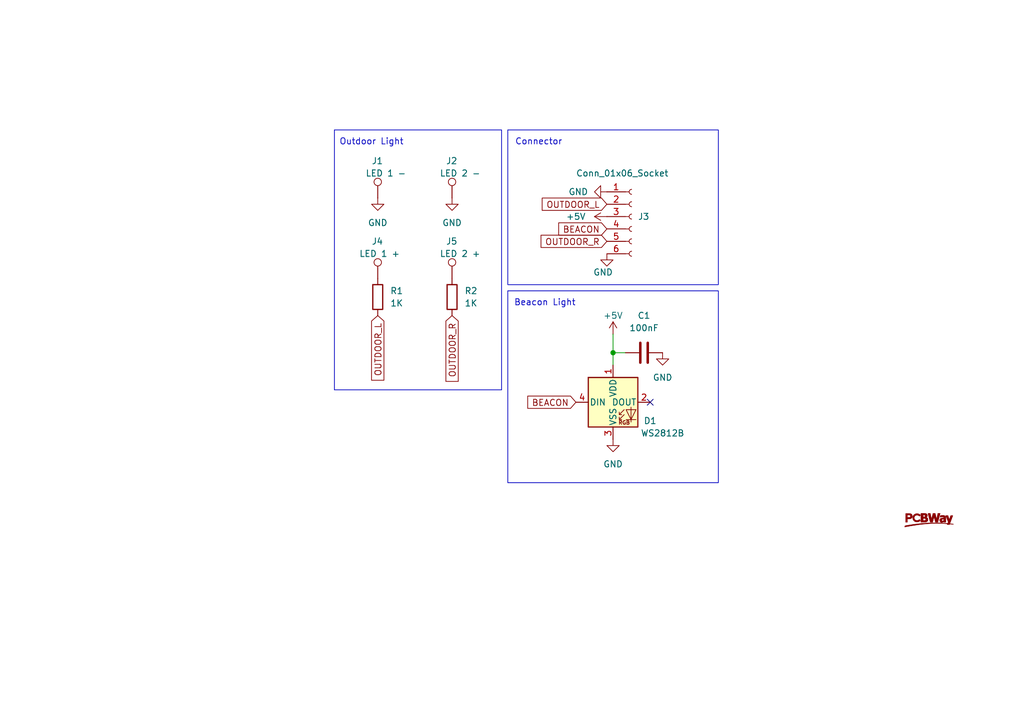
<source format=kicad_sch>
(kicad_sch (version 20250114) (generator "eeschema") (generator_version "9.0")
  (paper "A5")
  (title_block (title "Mole Beacon") (date "05.10.2025") (rev "1.0.0") (company "Peter Siegmund") (comment 1 "kicad@mars3142.org") (comment 2 "https://wiki.mars3142.dev/project/maerklin/warnemuende/lighthouse/start"))
  (lib_symbols
    (symbol "Connector:Conn_01x06_Socket" (pin_names (offset 1.016) (hide yes))
      (property "Reference" "J" (at 0 7.62 0))
      (property "Value" "Conn_01x06_Socket" (at 0 -10.16 0))
      (symbol "Conn_01x06_Socket_1_1"
        (polyline (pts (xy -1.27 5.08) (xy -0.508 5.08)) (stroke (width 0.1524)))
        (polyline (pts (xy -1.27 2.54) (xy -0.508 2.54)) (stroke (width 0.1524)))
        (polyline (pts (xy -1.27 0) (xy -0.508 0)) (stroke (width 0.1524)))
        (polyline (pts (xy -1.27 -2.54) (xy -0.508 -2.54)) (stroke (width 0.1524)))
        (polyline (pts (xy -1.27 -5.08) (xy -0.508 -5.08)) (stroke (width 0.1524)))
        (polyline (pts (xy -1.27 -7.62) (xy -0.508 -7.62)) (stroke (width 0.1524)))
        (arc (start 0 4.572) (mid -0.5058 5.08) (end 0 5.588) (stroke (width 0.1524)))
        (arc (start 0 2.032) (mid -0.5058 2.54) (end 0 3.048) (stroke (width 0.1524)))
        (arc (start 0 -0.508) (mid -0.5058 0) (end 0 0.508) (stroke (width 0.1524)))
        (arc (start 0 -3.048) (mid -0.5058 -2.54) (end 0 -2.032) (stroke (width 0.1524)))
        (arc (start 0 -5.588) (mid -0.5058 -5.08) (end 0 -4.572) (stroke (width 0.1524)))
        (arc (start 0 -8.128) (mid -0.5058 -7.62) (end 0 -7.112) (stroke (width 0.1524)))
        (pin passive line (at -5.08 5.08 0) (length 3.81) (name "Pin_1") (number "1"))
        (pin passive line (at -5.08 2.54 0) (length 3.81) (name "Pin_2") (number "2"))
        (pin passive line (at -5.08 0 0) (length 3.81) (name "Pin_3") (number "3"))
        (pin passive line (at -5.08 -2.54 0) (length 3.81) (name "Pin_4") (number "4"))
        (pin passive line (at -5.08 -5.08 0) (length 3.81) (name "Pin_5") (number "5"))
        (pin passive line (at -5.08 -7.62 0) (length 3.81) (name "Pin_6") (number "6"))
      )
    )
    (symbol "Connector:TestPoint" (pin_numbers (hide yes)) (pin_names (offset 0.762) (hide yes))
      (property "Reference" "TP" (at 0 6.858 0))
      (property "Value" "TestPoint" (at 0 5.08 0))
      (symbol "TestPoint_0_1"
        (circle (center 0 3.302) (radius 0.762))
      )
      (symbol "TestPoint_1_1"
        (pin passive line (at 0 0 90) (length 2.54) (name "1") (number "1"))
      )
    )
    (symbol "Device:C" (pin_numbers (hide yes)) (pin_names (offset 0.254))
      (property "Reference" "C" (at 0.635 2.54 0))
      (property "Value" "C" (at 0.635 -2.54 0))
      (symbol "C_0_1"
        (polyline (pts (xy -2.032 0.762) (xy 2.032 0.762)) (stroke (width 0.508)))
        (polyline (pts (xy -2.032 -0.762) (xy 2.032 -0.762)) (stroke (width 0.508)))
      )
      (symbol "C_1_1"
        (pin passive line (at 0 3.81 270) (length 2.794) (name "~") (number "1"))
        (pin passive line (at 0 -3.81 90) (length 2.794) (name "~") (number "2"))
      )
    )
    (symbol "Device:R" (pin_numbers (hide yes)) (pin_names (offset 0))
      (property "Reference" "R" (at 2.032 0 90))
      (property "Value" "R" (at 0 0 90))
      (symbol "R_0_1"
        (rectangle (start -1.016 -2.54) (end 1.016 2.54) (stroke (width 0.254)))
      )
      (symbol "R_1_1"
        (pin passive line (at 0 3.81 270) (length 1.27) (name "~") (number "1"))
        (pin passive line (at 0 -3.81 90) (length 1.27) (name "~") (number "2"))
      )
    )
    (symbol "LED:WS2812B" (pin_names (offset 0.254))
      (property "Reference" "D" (at 5.08 5.715 0))
      (property "Value" "WS2812B" (at 1.27 -5.715 0))
      (symbol "WS2812B_0_0"
        (text "RGB" (at 2.286 -4.191 0) (effects (font (size 0.762 0.762))))
      )
      (symbol "WS2812B_0_1"
        (polyline (pts (xy 1.27 -2.54) (xy 1.778 -2.54)))
        (polyline (pts (xy 1.27 -3.556) (xy 1.778 -3.556)))
        (polyline (pts (xy 2.286 -1.524) (xy 1.27 -2.54) (xy 1.27 -2.032)))
        (polyline (pts (xy 2.286 -2.54) (xy 1.27 -3.556) (xy 1.27 -3.048)))
        (polyline (pts (xy 3.683 -1.016) (xy 3.683 -3.556) (xy 3.683 -4.064)))
        (polyline (pts (xy 4.699 -1.524) (xy 2.667 -1.524) (xy 3.683 -3.556) (xy 4.699 -1.524)))
        (polyline (pts (xy 4.699 -3.556) (xy 2.667 -3.556)))
        (rectangle (start 5.08 5.08) (end -5.08 -5.08) (stroke (width 0.254)) (fill (type background)))
      )
      (symbol "WS2812B_1_1"
        (pin input line (at -7.62 0 0) (length 2.54) (name "DIN") (number "4"))
        (pin power_in line (at 0 7.62 270) (length 2.54) (name "VDD") (number "1"))
        (pin power_in line (at 0 -7.62 90) (length 2.54) (name "VSS") (number "3"))
        (pin output line (at 7.62 0 180) (length 2.54) (name "DOUT") (number "2"))
      )
    )
    (symbol "pcbway:LOGO" (pin_names (offset 1.016))
      (symbol "LOGO_0_0"
        (polyline (pts (xy -4.9134 -1.4708) (xy -4.9126 -1.4707) (xy -4.8189 -1.4495) (xy -4.6929 -1.4238) (xy -4.5386 -1.3944) (xy -4.3599 -1.3618) (xy -4.1609 -1.3267) (xy -3.9455 -1.2898) (xy -3.7176 -1.2516) (xy -3.4814 -1.2129) (xy -3.2407 -1.1744) (xy -2.9995 -1.1365) (xy -2.7618 -1.1001) (xy -2.5316 -1.0658) (xy -2.3129 -1.0341) (xy -2.1096 -1.0058) (xy -1.9257 -0.9816) (xy -1.8406 -0.9707) (xy -1.7364 -0.9574) (xy -1.6414 -0.9453) (xy -1.5633 -0.9355) (xy -1.3456 -0.9108) (xy -1.1003 -0.8857) (xy -0.8339 -0.8607) (xy -0.5527 -0.8364) (xy -0.2632 -0.8133) (xy 0.0281 -0.7919) (xy 0.3148 -0.7728) (xy 0.5903 -0.7564) (xy 0.8484 -0.7434) (xy 1.0295 -0.7365) (xy 1.237 -0.7311) (xy 1.459 -0.7275) (xy 1.6882 -0.7256) (xy 1.9173 -0.7254) (xy 2.139 -0.727) (xy 2.346 -0.7303) (xy 2.531 -0.7353) (xy 2.6867 -0.7421) (xy 2.8242 -0.7501) (xy 2.9888 -0.7606) (xy 3.1492 -0.7717) (xy 3.3014 -0.7831) (xy 3.4413 -0.7945) (xy 3.5649 -0.8054) (xy 3.668 -0.8156) (xy 3.7467 -0.8248) (xy 3.7969 -0.8325) (xy 3.8145 -0.8384) (xy 3.8143 -0.8409) (xy 3.8058 -0.871) (xy 3.7886 -0.916) (xy 3.7846 -0.9258) (xy 3.771 -0.9651) (xy 3.7687 -0.9842) (xy 3.7691 -0.9844) (xy 3.7919 -0.9862) (xy 3.8435 -0.9868) (xy 3.9167 -0.9863) (xy 4.0043 -0.9847) (xy 4.2339 -0.979) (xy 4.2463 -0.9225) (xy 4.2587 -0.866) (xy 4.3988 -0.8781) (xy 4.4006 -0.8783) (xy 4.5698 -0.8927) (xy 4.7063 -0.9038) (xy 4.8134 -0.9117) (xy 4.895 -0.9167) (xy 4.9545 -0.919) (xy 4.9956 -0.9186) (xy 5.0218 -0.9159) (xy 5.0369 -0.9109) (xy 5.0411 -0.9085) (xy 5.0489 -0.902) (xy 5.0468 -0.8961) (xy 5.0309 -0.89) (xy 4.9975 -0.8831) (xy 4.9428 -0.8748) (xy 4.8631 -0.8642) (xy 4.7545 -0.8507) (xy 4.6132 -0.8337) (xy 4.5312 -0.8238) (xy 4.4395 -0.8123) (xy 4.3662 -0.8027) (xy 4.3174 -0.7959) (xy 4.2991 -0.7925) (xy 4.2991 -0.7924) (xy 4.3052 -0.7734) (xy 4.3229 -0.7235) (xy 4.3509 -0.6462) (xy 4.3879 -0.5446) (xy 4.4329 -0.4222) (xy 4.4845 -0.2822) (xy 4.5415 -0.1282) (xy 4.6028 0.0367) (xy 4.9097 0.862) (xy 4.6983 0.8672) (xy 4.6201 0.8681) (xy 4.5478 0.8667) (xy 4.4966 0.8633) (xy 4.4741 0.858) (xy 4.4707 0.8511) (xy 4.4567 0.8138) (xy 4.4347 0.7493) (xy 4.4061 0.6628) (xy 4.3729 0.5593) (xy 4.3366 0.4442) (xy 4.3159 0.3788) (xy 4.2814 0.2728) (xy 4.2508 0.1831) (xy 4.2257 0.1145) (xy 4.208 0.0716) (xy 4.1992 0.059) (xy 4.1955 0.0663) (xy 4.1808 0.1038) (xy 4.1572 0.1683) (xy 4.1268 0.2546) (xy 4.0912 0.3576) (xy 4.0523 0.4723) (xy 3.9182 0.8712) (xy 3.6924 0.8712) (xy 3.4666 0.8712) (xy 3.5005 0.7841) (xy 3.508 0.7647) (xy 3.5295 0.7081) (xy 3.5611 0.6249) (xy 3.6009 0.5199) (xy 3.647 0.398) (xy 3.6977 0.264) (xy 3.751 0.1226) (xy 3.9676 -0.4517) (xy 3.9338 -0.5468) (xy 3.9211 -0.5816) (xy 3.8967 -0.6472) (xy 3.877 -0.6975) (xy 3.854 -0.7531) (xy 3.628 -0.7302) (xy 3.4379 -0.7118) (xy 2.7081 -0.6577) (xy 1.9525 -0.6269) (xy 1.1731 -0.6191) (xy 0.3719 -0.6344) (xy -0.449 -0.6725) (xy -1.2878 -0.7334) (xy -2.1424 -0.817) (xy -3.0108 -0.9231) (xy -3.891 -1.0516) (xy -4.7811 -1.2025) (xy -4.8948 -1.2231) (xy -4.9162 -1.3263) (xy -4.9257 -1.3701) (xy -4.9386 -1.424) (xy -4.9477 -1.4556) (xy -4.9489 -1.4591) (xy -4.9449 -1.4741) (xy -4.9134 -1.4708)) (stroke (width 0.01)) (fill (type outline)))
        (polyline (pts (xy -4.4015 -0.1587) (xy -4.4015 0.1685) (xy -4.1218 0.1801) (xy -4.0185 0.1852) (xy -3.8966 0.1948) (xy -3.8007 0.2088) (xy -3.7242 0.229) (xy -3.661 0.2572) (xy -3.6047 0.2953) (xy -3.5488 0.3451) (xy -3.4926 0.4076) (xy -3.4351 0.5046) (xy -3.4029 0.6167) (xy -3.3928 0.752) (xy -3.3973 0.8282) (xy -3.4295 0.9614) (xy -3.4906 1.0768) (xy -3.5783 1.1706) (xy -3.6901 1.2387) (xy -3.7066 1.2458) (xy -3.7363 1.2571) (xy -3.7677 1.2658) (xy -3.806 1.2721) (xy -3.8559 1.2765) (xy -3.9227 1.2794) (xy -4.0111 1.2811) (xy -4.1263 1.282) (xy -4.2731 1.2826) (xy -4.7591 1.2838) (xy -4.7621 0.7332) (xy -4.4015 0.7332) (xy -4.4015 0.984) (xy -4.1542 0.978) (xy -3.9068 0.972) (xy -3.841 0.9062) (xy -3.7879 0.8322) (xy -3.7655 0.7493) (xy -3.7753 0.6671) (xy -3.8164 0.5925) (xy -3.888 0.5325) (xy -3.9112 0.5206) (xy -3.9504 0.5074) (xy -4.0024 0.4985) (xy -4.0753 0.4927) (xy -4.1768 0.4887) (xy -4.4015 0.4823) (xy -4.4015 0.7332) (xy -4.7621 0.7332) (xy -4.7639 0.3989) (xy -4.7686 -0.4859) (xy -4.5851 -0.4859) (xy -4.4015 -0.4859) (xy -4.4015 -0.1587)) (stroke (width 0.01)) (fill (type outline)))
        (polyline (pts (xy -2.2997 -0.4376) (xy -2.145 -0.4058) (xy -2.0093 -0.3536) (xy -1.9936 -0.3451) (xy -1.9404 -0.3123) (xy -1.881 -0.2711) (xy -1.8226 -0.2273) (xy -1.7727 -0.1865) (xy -1.7388 -0.1545) (xy -1.728 -0.1369) (xy -1.7291 -0.135) (xy -1.7474 -0.1118) (xy -1.7829 -0.0707) (xy -1.8293 -0.0194) (xy -1.9254 0.0852) (xy -2.031 0.0037) (xy -2.0456 -0.0075) (xy -2.1453 -0.0738) (xy -2.2391 -0.1143) (xy -2.3399 -0.1333) (xy -2.4607 -0.1348) (xy -2.5469 -0.1275) (xy -2.6582 -0.1012) (xy -2.7542 -0.0527) (xy -2.8461 0.0226) (xy -2.8681 0.0454) (xy -2.9387 0.1496) (xy -2.9831 0.2709) (xy -3.0002 0.4011) (xy -2.9885 0.532) (xy -2.9467 0.6553) (xy -2.9257 0.6949) (xy -2.8431 0.8056) (xy -2.7393 0.8863) (xy -2.614 0.9375) (xy -2.4667 0.9593) (xy -2.4009 0.96) (xy -2.2641 0.9418) (xy -2.1394 0.8938) (xy -2.0174 0.8127) (xy -1.923 0.7375) (xy -1.8235 0.8358) (xy -1.8148 0.8445) (xy -1.7687 0.8936) (xy -1.7362 0.9334) (xy -1.7239 0.9561) (xy -1.7368 0.9774) (xy -1.7714 1.0132) (xy -1.8202 1.0555) (xy -1.8224 1.0573) (xy -1.9755 1.1583) (xy -2.1393 1.2278) (xy -2.3093 1.266) (xy -2.481 1.2731) (xy -2.6498 1.2493) (xy -2.8112 1.1949) (xy -2.9606 1.11) (xy -3.0935 0.9949) (xy -3.1044 0.9832) (xy -3.1893 0.8775) (xy -3.249 0.7677) (xy -3.292 0.6386) (xy -3.2988 0.6111) (xy -3.3213 0.4372) (xy -3.3104 0.2682) (xy -3.2684 0.1081) (xy -3.1975 -0.0393) (xy -3.1001 -0.17) (xy -2.9783 -0.2802) (xy -2.8346 -0.3659) (xy -2.6712 -0.4232) (xy -2.6169 -0.4343) (xy -2.461 -0.4475) (xy -2.2997 -0.4376)) (stroke (width 0.01)) (fill (type outline)))
        (polyline (pts (xy -1.1233 -0.4824) (xy -0.6144 -0.4768) (xy -0.5044 -0.4253) (xy -0.4147 -0.3761) (xy -0.3096 -0.2901) (xy -0.2368 -0.1887) (xy -0.2186 -0.1342) (xy -0.2057 -0.0498) (xy -0.2012 0.0482) (xy -0.2056 0.1482) (xy -0.2194 0.2385) (xy -0.2196 0.2395) (xy -0.2514 0.3086) (xy -0.3088 0.3766) (xy -0.382 0.4337) (xy -0.4608 0.4706) (xy -0.4769 0.4757) (xy -0.5159 0.4912) (xy -0.5312 0.5027) (xy -0.5303 0.505) (xy -0.5102 0.5238) (xy -0.4723 0.5502) (xy -0.4354 0.5773) (xy -0.3655 0.6584) (xy -0.3198 0.758) (xy -0.2999 0.8684) (xy -0.3078 0.9819) (xy -0.3454 1.0904) (xy -0.3828 1.1433) (xy -0.4566 1.2066) (xy -0.5495 1.2577) (xy -0.6517 1.29) (xy -0.6547 1.2905) (xy -0.7121 1.2974) (xy -0.8003 1.3032) (xy -0.9138 1.3076) (xy -1.0472 1.3103) (xy -1.1952 1.3113) (xy -1.6322 1.3113) (xy -1.6322 0.7886) (xy -1.1738 0.7886) (xy -1.1738 0.9812) (xy -1.0481 0.9812) (xy -0.9444 0.9758) (xy -0.8595 0.9557) (xy -0.8033 0.919) (xy -0.7728 0.8635) (xy -0.7649 0.7872) (xy -0.7798 0.7121) (xy -0.8234 0.6516) (xy -0.8939 0.6154) (xy -0.9248 0.6087) (xy -0.9951 0.5997) (xy -1.0683 0.5962) (xy -1.1738 0.5961) (xy -1.1738 0.7886) (xy -1.6322 0.7886) (xy -1.6322 0.4116) (xy -1.6322 0.0642) (xy -1.1738 0.0642) (xy -1.1738 0.2843) (xy -0.999 0.2843) (xy -0.8935 0.2814) (xy -0.8043 0.2699) (xy -0.7406 0.2477) (xy -0.6969 0.2129) (xy -0.6676 0.1634) (xy -0.6614 0.1473) (xy -0.6473 0.0584) (xy -0.6665 -0.0226) (xy -0.7164 -0.0896) (xy -0.7944 -0.1363) (xy -0.8055 -0.1396) (xy -0.8572 -0.1479) (xy -0.9294 -0.1537) (xy -1.0099 -0.1558) (xy -1.1738 -0.1558) (xy -1.1738 0.0642) (xy -1.6322 0.0642) (xy -1.6322 -0.4881) (xy -1.1233 -0.4824)) (stroke (width 0.01)) (fill (type outline)))
        (polyline (pts (xy 0.9153 0.0572) (xy 0.9251 0.0964) (xy 0.9604 0.2344) (xy 0.9922 0.3536) (xy 1.0194 0.4507) (xy 1.0411 0.5223) (xy 1.0564 0.565) (xy 1.0642 0.5753) (xy 1.0653 0.5727) (xy 1.0753 0.5412) (xy 1.0927 0.4801) (xy 1.1164 0.3939) (xy 1.145 0.2874) (xy 1.1774 0.1652) (xy 1.2121 0.0321) (xy 1.3464 -0.4859) (xy 1.5993 -0.4859) (xy 1.6293 -0.4859) (xy 1.7169 -0.4854) (xy 1.7877 -0.4844) (xy 1.8351 -0.483) (xy 1.8524 -0.4814) (xy 1.8527 -0.4802) (xy 1.8591 -0.4541) (xy 1.8735 -0.3967) (xy 1.895 -0.3114) (xy 1.9228 -0.2014) (xy 1.956 -0.0701) (xy 1.9938 0.079) (xy 2.0353 0.2426) (xy 2.0797 0.4173) (xy 2.3067 1.3113) (xy 2.0743 1.3113) (xy 1.8419 1.3113) (xy 1.7888 1.0591) (xy 1.7741 0.9897) (xy 1.748 0.8675) (xy 1.7185 0.7302) (xy 1.6881 0.5898) (xy 1.6595 0.4587) (xy 1.5832 0.1105) (xy 1.5069 0.4312) (xy 1.4943 0.4842) (xy 1.4612 0.6236) (xy 1.4262 0.7712) (xy 1.3928 0.9122) (xy 1.3644 1.0322) (xy 1.2981 1.3124) (xy 1.0683 1.3073) (xy 0.8385 1.3021) (xy 0.8152 1.2104) (xy 0.8049 1.1696) (xy 0.7869 1.0983) (xy 0.7628 1.0027) (xy 0.734 0.8886) (xy 0.7021 0.7617) (xy 0.6684 0.6278) (xy 0.6647 0.6131) (xy 0.6325 0.4867) (xy 0.6032 0.3735) (xy 0.578 0.2782) (xy 0.5579 0.205) (xy 0.5444 0.1585) (xy 0.5384 0.1432) (xy 0.5348 0.1554) (xy 0.5245 0.1994) (xy 0.5089 0.2704) (xy 0.4889 0.3638) (xy 0.4657 0.4744) (xy 0.4403 0.5975) (xy 0.4238 0.6777) (xy 0.3969 0.8082) (xy 0.3716 0.9304) (xy 0.3493 1.0375) (xy 0.3315 1.1224) (xy 0.3196 1.1784) (xy 0.2909 1.3113) (xy 0.0525 1.3113) (xy -0.0203 1.3111) (xy -0.0949 1.3099) (xy -0.1422 1.3069) (xy -0.1679 1.3013) (xy -0.1774 1.2923) (xy -0.1762 1.2792) (xy -0.1743 1.2727) (xy -0.1641 1.2338) (xy -0.1466 1.166) (xy -0.1229 1.0737) (xy -0.0944 0.9617) (xy -0.062 0.8346) (xy -0.0272 0.6969) (xy 0.0101 0.5501) (xy 0.0593 0.3563) (xy 0.1053 0.1756) (xy 0.1472 0.0112) (xy 0.1844 -0.1336) (xy 0.2159 -0.2558) (xy 0.2408 -0.352) (xy 0.2585 -0.4191) (xy 0.268 -0.4538) (xy 0.2719 -0.4627) (xy 0.2849 -0.4729) (xy 0.3112 -0.4797) (xy 0.3567 -0.4836) (xy 0.4273 -0.4855) (xy 0.5288 -0.4859) (xy 0.78 -0.4859) (xy 0.9153 0.0572)) (stroke (width 0.01)) (fill (type outline)))
        (polyline (pts (xy 2.7284 -0.5176) (xy 2.8095 -0.5036) (xy 2.8434 -0.4913) (xy 2.9068 -0.4604) (xy 2.97 -0.4224) (xy 3.0626 -0.36) (xy 3.0626 -0.423) (xy 3.0626 -0.4859) (xy 3.2735 -0.4859) (xy 3.4844 -0.4859) (xy 3.4844 0.0373) (xy 3.4844 0.1188) (xy 3.4837 0.2684) (xy 3.4817 0.3878) (xy 3.4776 0.4816) (xy 3.4708 0.5543) (xy 3.4604 0.6102) (xy 3.4459 0.654) (xy 3.4264 0.69) (xy 3.4013 0.7227) (xy 3.3698 0.7566) (xy 3.3417 0.7811) (xy 3.2784 0.8224) (xy 3.2103 0.8552) (xy 3.1456 0.8742) (xy 3.0351 0.8928) (xy 2.9059 0.9034) (xy 2.7679 0.9054) (xy 2.6311 0.8987) (xy 2.5053 0.8827) (xy 2.4693 0.8762) (xy 2.403 0.8636) (xy 2.3561 0.8538) (xy 2.3369 0.8484) (xy 2.3351 0.8353) (xy 2.3327 0.794) (xy 2.3305 0.7347) (xy 2.3286 0.6673) (xy 2.3273 0.6022) (xy 2.327 0.5494) (xy 2.3278 0.5192) (xy 2.3289 0.5181) (xy 2.352 0.5205) (xy 2.3992 0.5332) (xy 2.462 0.5541) (xy 2.5151 0.5713) (xy 2.6377 0.5981) (xy 2.7546 0.6071) (xy 2.8601 0.599) (xy 2.9488 0.5746) (xy 3.0148 0.5345) (xy 3.0527 0.4794) (xy 3.0566 0.4676) (xy 3.0605 0.4386) (xy 3.0486 0.4187) (xy 3.0155 0.4051) (xy 2.9561 0.3956) (xy 2.8652 0.3874) (xy 2.8371 0.3851) (xy 2.6604 0.3614) (xy 2.5157 0.3236) (xy 2.4013 0.2706) (xy 2.315 0.2013) (xy 2.2548 0.1144) (xy 2.2189 0.0089) (xy 2.2129 -0.0619) (xy 2.6408 -0.0619) (xy 2.6423 -0.039) (xy 2.6685 0.0286) (xy 2.7271 0.0802) (xy 2.8177 0.1154) (xy 2.9395 0.1337) (xy 3.0643 0.1426) (xy 3.0589 -0.0001) (xy 3.0579 -0.0227) (xy 3.0535 -0.0885) (xy 3.0453 -0.1298) (xy 3.0306 -0.1563) (xy 3.0065 -0.1778) (xy 2.9902 -0.1877) (xy 2.9312 -0.2091) (xy 2.8598 -0.2216) (xy 2.8537 -0.2221) (xy 2.7598 -0.2185) (xy 2.6934 -0.1909) (xy 2.6539 -0.1388) (xy 2.6408 -0.0619) (xy 2.2129 -0.0619) (xy 2.2081 -0.1187) (xy 2.229 -0.2381) (xy 2.2793 -0.3439) (xy 2.3562 -0.4308) (xy 2.4574 -0.4934) (xy 2.4696 -0.4981) (xy 2.5435 -0.5144) (xy 2.6348 -0.521) (xy 2.7284 -0.5176)) (stroke (width 0.01)) (fill (type outline)))
      )
    )
    (symbol "power:+5V" (power) (pin_numbers (hide yes)) (pin_names (offset 0) (hide yes))
      (property "Value" "+5V" (at 0 3.556 0))
      (symbol "+5V_0_1"
        (polyline (pts (xy -0.762 1.27) (xy 0 2.54)))
        (polyline (pts (xy 0 2.54) (xy 0.762 1.27)))
        (polyline (pts (xy 0 0) (xy 0 2.54)))
      )
      (symbol "+5V_1_1"
        (pin power_in line (at 0 0 90) (length 0) (name "~") (number "1"))
      )
    )
    (symbol "power:GND" (power) (pin_numbers (hide yes)) (pin_names (offset 0) (hide yes))
      (property "Value" "GND" (at 0 -3.81 0))
      (symbol "GND_0_1"
        (polyline (pts (xy 0 0) (xy 0 -1.27) (xy 1.27 -1.27) (xy 0 -2.54) (xy -1.27 -1.27) (xy 0 -1.27)))
      )
      (symbol "GND_1_1"
        (pin power_in line (at 0 0 270) (length 0) (name "~") (number "1"))
      )
    )
  )
  (rectangle (start 68.58 26.67) (end 102.87 80.01))
  (rectangle (start 104.14 59.69) (end 147.32 99.06))
  (rectangle (start 104.14 26.67) (end 147.32 58.42))
  (text "Beacon Light" (at 111.76 62.23 0) (effects (font (size 1.27 1.27))))
  (text "Outdoor Light" (at 76.2 29.21 0) (effects (font (size 1.27 1.27))))
  (text "Connector" (at 110.49 29.21 0) (effects (font (size 1.27 1.27))))
  (junction (at 125.73 72.39))
  (no_connect (at 133.35 82.55))
  (wire (pts (xy 128.27 72.39) (xy 125.73 72.39)))
  (wire (pts (xy 125.73 72.39) (xy 125.73 74.93)))
  (wire (pts (xy 125.73 68.58) (xy 125.73 72.39)))
  (global_label "BEACON" (shape input) (at 118.11 82.55 180) (property "Intersheetrefs" "${INTERSHEET_REFS}" (effects (hide yes))))
  (global_label "OUTDOOR_R" (shape input) (at 92.71 64.77 270) (property "Intersheetrefs" "${INTERSHEET_REFS}" (effects (hide yes))))
  (global_label "BEACON" (shape input) (at 124.46 46.99 180) (property "Intersheetrefs" "${INTERSHEET_REFS}" (effects (hide yes))))
  (global_label "OUTDOOR_L" (shape input) (at 77.47 64.77 270) (property "Intersheetrefs" "${INTERSHEET_REFS}" (effects (hide yes))))
  (global_label "OUTDOOR_L" (shape input) (at 124.46 41.91 180) (property "Intersheetrefs" "${INTERSHEET_REFS}" (effects (hide yes))))
  (global_label "OUTDOOR_R" (shape input) (at 124.46 49.53 180) (property "Intersheetrefs" "${INTERSHEET_REFS}" (effects (hide yes))))
  (symbol (lib_id "Connector:TestPoint") (at 92.71 57.15 0) (unit 1)
    (property "Reference" "J5" (at 91.44 49.53 0) (effects (justify left)))
    (property "Value" "LED 2 +" (at 90.17 52.07 0) (effects (justify left)))
    (property "Footprint" "Connector_Wire:SolderWire-0.1sqmm_1x01_D0.4mm_OD1mm" (effects (hide yes)))
    (property "Description" "test point" (effects (hide yes)))
  )
  (symbol (lib_id "Connector:Conn_01x06_Socket") (at 129.54 44.45 0) (unit 1)
    (property "Reference" "J3" (at 130.81 44.4499 0) (effects (justify left)))
    (property "Value" "Conn_01x06_Socket" (at 118.11 35.56 0) (effects (justify left)))
    (property "Footprint" "Connector_JST:JST_PH_B6B-PH-K_1x06_P2.00mm_Vertical" (effects (hide yes)))
    (property "Description" "Generic connector, single row, 01x06, script generated" (effects (hide yes)))
  )
  (symbol (lib_id "Connector:TestPoint") (at 77.47 57.15 0) (unit 1)
    (property "Reference" "J4" (at 76.2 49.53 0) (effects (justify left)))
    (property "Value" "LED 1 +" (at 73.66 52.07 0) (effects (justify left)))
    (property "Footprint" "Connector_Wire:SolderWire-0.1sqmm_1x01_D0.4mm_OD1mm" (effects (hide yes)))
    (property "Description" "test point" (effects (hide yes)))
  )
  (symbol (lib_id "power:GND") (at 92.71 40.64 0) (unit 1)
    (property "Reference" "#PWR03" (effects (hide yes)))
    (property "Value" "GND" (at 92.71 45.72 0))
    (property "Description" "Power symbol creates a global label with name \"GND\" , ground" (effects (hide yes)))
  )
  (symbol (lib_id "Connector:TestPoint") (at 77.47 40.64 0) (unit 1)
    (property "Reference" "J1" (at 76.2 33.02 0) (effects (justify left)))
    (property "Value" "LED 1 -" (at 74.93 35.56 0) (effects (justify left)))
    (property "Footprint" "Connector_Wire:SolderWire-0.1sqmm_1x01_D0.4mm_OD1mm" (effects (hide yes)))
    (property "Description" "test point" (effects (hide yes)))
  )
  (symbol (lib_id "Device:C") (at 132.08 72.39 90) (unit 1)
    (property "Reference" "C1" (at 132.08 64.77 90))
    (property "Value" "100nF" (at 132.08 67.31 90))
    (property "Footprint" "Capacitor_SMD:C_0805_2012Metric_Pad1.18x1.45mm_HandSolder" (effects (hide yes)))
    (property "Description" "Unpolarized capacitor" (effects (hide yes)))
  )
  (symbol (lib_id "LED:WS2812B") (at 125.73 82.55 0) (unit 1)
    (property "Reference" "D1" (at 133.35 86.36 0))
    (property "Value" "WS2812B" (at 135.89 88.9 0))
    (property "Footprint" "LED_SMD:LED_WS2812B_PLCC4_5.0x5.0mm_P3.2mm" (effects (hide yes)))
    (property "Datasheet" "https://cdn-shop.adafruit.com/datasheets/WS2812B.pdf" (effects (hide yes)))
    (property "Description" "RGB LED with integrated controller" (effects (hide yes)))
    (property "MPN" "1212" (effects (hide yes)))
    (property "LCSC" "511-STM32F405RGT6" (effects (hide yes)))
  )
  (symbol (lib_id "Device:R") (at 92.71 60.96 0) (unit 1)
    (property "Reference" "R2" (at 95.25 59.6899 0) (effects (justify left)))
    (property "Value" "1K" (at 95.25 62.2299 0) (effects (justify left)))
    (property "Footprint" "Resistor_SMD:R_0805_2012Metric_Pad1.20x1.40mm_HandSolder" (effects (hide yes)))
    (property "Description" "Resistor" (effects (hide yes)))
  )
  (symbol (lib_id "power:+5V") (at 125.73 68.58 0) (unit 1)
    (property "Reference" "#PWR06" (effects (hide yes)))
    (property "Value" "+5V" (at 125.73 64.77 0))
    (property "Description" "Power symbol creates a global label with name \"+5V\"" (effects (hide yes)))
  )
  (symbol (lib_id "power:GND") (at 77.47 40.64 0) (unit 1)
    (property "Reference" "#PWR02" (effects (hide yes)))
    (property "Value" "GND" (at 77.47 45.72 0))
    (property "Description" "Power symbol creates a global label with name \"GND\" , ground" (effects (hide yes)))
  )
  (symbol (lib_id "Device:R") (at 77.47 60.96 0) (unit 1)
    (property "Reference" "R1" (at 80.01 59.6899 0) (effects (justify left)))
    (property "Value" "1K" (at 80.01 62.2299 0) (effects (justify left)))
    (property "Footprint" "Resistor_SMD:R_0805_2012Metric_Pad1.20x1.40mm_HandSolder" (effects (hide yes)))
    (property "Description" "Resistor" (effects (hide yes)))
  )
  (symbol (lib_id "power:GND") (at 135.89 72.39 0) (unit 1)
    (property "Reference" "#PWR07" (effects (hide yes)))
    (property "Value" "GND" (at 135.89 77.47 0))
    (property "Description" "Power symbol creates a global label with name \"GND\" , ground" (effects (hide yes)))
  )
  (symbol (lib_id "power:GND") (at 124.46 39.37 270) (unit 1)
    (property "Reference" "#PWR01" (effects (hide yes)))
    (property "Value" "GND" (at 120.65 39.37 90) (effects (justify right)))
    (property "Description" "Power symbol creates a global label with name \"GND\" , ground" (effects (hide yes)))
  )
  (symbol (lib_id "Connector:TestPoint") (at 92.71 40.64 0) (unit 1)
    (property "Reference" "J2" (at 91.44 33.02 0) (effects (justify left)))
    (property "Value" "LED 2 -" (at 90.17 35.56 0) (effects (justify left)))
    (property "Footprint" "Connector_Wire:SolderWire-0.1sqmm_1x01_D0.4mm_OD1mm" (effects (hide yes)))
    (property "Description" "test point" (effects (hide yes)))
  )
  (symbol (lib_id "power:+5V") (at 124.46 44.45 90) (unit 1)
    (property "Reference" "#PWR04" (effects (hide yes)))
    (property "Value" "+5V" (at 118.11 44.45 90))
    (property "Description" "Power symbol creates a global label with name \"+5V\"" (effects (hide yes)))
  )
  (symbol (lib_id "power:GND") (at 124.46 52.07 0) (unit 1)
    (property "Reference" "#PWR05" (effects (hide yes)))
    (property "Value" "GND" (at 125.73 55.88 0) (effects (justify right)))
    (property "Description" "Power symbol creates a global label with name \"GND\" , ground" (effects (hide yes)))
  )
  (symbol (lib_id "pcbway:LOGO") (at 190.5 106.68 0) (unit 1)
    (property "Reference" "#G1" (effects (hide yes)))
    (property "Value" "LOGO" (effects (hide yes)))
  )
  (symbol (lib_id "power:GND") (at 125.73 90.17 0) (unit 1)
    (property "Reference" "#PWR08" (effects (hide yes)))
    (property "Value" "GND" (at 125.73 95.25 0))
    (property "Description" "Power symbol creates a global label with name \"GND\" , ground" (effects (hide yes)))
  )
)
</source>
